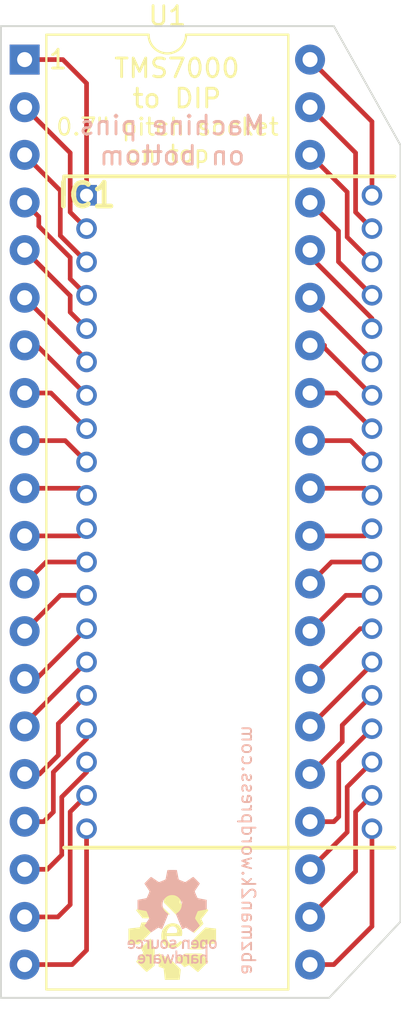
<source format=kicad_pcb>
(kicad_pcb (version 20211014) (generator pcbnew)
  (layers (0 "F.Cu" signal) (31 "B.Cu" signal) (34 "B.Paste" user) (35 "F.Paste" user) (36 "B.SilkS" user "B.Silkscreen") (37 "F.SilkS" user "F.Silkscreen") (38 "B.Mask" user) (39 "F.Mask" user) (44 "Edge.Cuts" user))
  (net 0 "")
  (net 1 "B5")
  (net 2 "B7")
  (net 3 "B0")
  (net 4 "B1")
  (net 5 "B2")
  (net 6 "A0")
  (net 7 "A1")
  (net 8 "A2")
  (net 9 "A3")
  (net 10 "A4")
  (net 11 "A7")
  (net 12 "{slash}INT3")
  (net 13 "{slash}INT1")
  (net 14 "{slash}RESET")
  (net 15 "A6")
  (net 16 "A5")
  (net 17 "XTAL2")
  (net 18 "XTAL1")
  (net 19 "D7")
  (net 20 "D6")
  (net 21 "D5")
  (net 22 "D4")
  (net 23 "D3")
  (net 24 "D2")
  (net 25 "Vcc")
  (net 26 "D1")
  (net 27 "D0")
  (net 28 "C0")
  (net 29 "C1")
  (net 30 "C2")
  (net 31 "C3")
  (net 32 "C4")
  (net 33 "C5")
  (net 34 "C6")
  (net 35 "C7")
  (net 36 "MC")
  (net 37 "B3")
  (net 38 "B4")
  (net 39 "B6")
  (net 40 "Vss")
  (footprint "Package_DIP:DIP-40_W15.24mm" (layer "F.Cu") (at 115.565 52.837)
    (fp_text reference "U1" (at 7.62 -2.33) (layer "F.SilkS"))
    (fp_text value "DIP40 male pins")
    (pad "1" thru_hole rect locked (at 0 0) (size 1.6 1.6) (drill 0.8) (layers *.Cu *.Mask) (net 1 "B5"))
    (pad "2" thru_hole oval locked (at 0 2.54) (size 1.6 1.6) (drill 0.8) (layers *.Cu *.Mask) (net 2 "B7"))
    (pad "3" thru_hole oval locked (at 0 5.08) (size 1.6 1.6) (drill 0.8) (layers *.Cu *.Mask) (net 3 "B0"))
    (pad "4" thru_hole oval locked (at 0 7.62) (size 1.6 1.6) (drill 0.8) (layers *.Cu *.Mask) (net 4 "B1"))
    (pad "5" thru_hole oval locked (at 0 10.16) (size 1.6 1.6) (drill 0.8) (layers *.Cu *.Mask) (net 5 "B2"))
    (pad "6" thru_hole oval locked (at 0 12.7) (size 1.6 1.6) (drill 0.8) (layers *.Cu *.Mask) (net 6 "A0"))
    (pad "7" thru_hole oval locked (at 0 15.24) (size 1.6 1.6) (drill 0.8) (layers *.Cu *.Mask) (net 7 "A1"))
    (pad "8" thru_hole oval locked (at 0 17.78) (size 1.6 1.6) (drill 0.8) (layers *.Cu *.Mask) (net 8 "A2"))
    (pad "9" thru_hole oval locked (at 0 20.32) (size 1.6 1.6) (drill 0.8) (layers *.Cu *.Mask) (net 9 "A3"))
    (pad "10" thru_hole oval locked (at 0 22.86) (size 1.6 1.6) (drill 0.8) (layers *.Cu *.Mask) (net 10 "A4"))
    (pad "11" thru_hole oval locked (at 0 25.4) (size 1.6 1.6) (drill 0.8) (layers *.Cu *.Mask) (net 11 "A7"))
    (pad "12" thru_hole oval locked (at 0 27.94) (size 1.6 1.6) (drill 0.8) (layers *.Cu *.Mask) (net 12 "{slash}INT3"))
    (pad "13" thru_hole oval locked (at 0 30.48) (size 1.6 1.6) (drill 0.8) (layers *.Cu *.Mask) (net 13 "{slash}INT1"))
    (pad "14" thru_hole oval locked (at 0 33.02) (size 1.6 1.6) (drill 0.8) (layers *.Cu *.Mask) (net 14 "{slash}RESET"))
    (pad "15" thru_hole oval locked (at 0 35.56) (size 1.6 1.6) (drill 0.8) (layers *.Cu *.Mask) (net 15 "A6"))
    (pad "16" thru_hole oval locked (at 0 38.1) (size 1.6 1.6) (drill 0.8) (layers *.Cu *.Mask) (net 16 "A5"))
    (pad "17" thru_hole oval locked (at 0 40.64) (size 1.6 1.6) (drill 0.8) (layers *.Cu *.Mask) (net 17 "XTAL2"))
    (pad "18" thru_hole oval locked (at 0 43.18) (size 1.6 1.6) (drill 0.8) (layers *.Cu *.Mask) (net 18 "XTAL1"))
    (pad "19" thru_hole oval locked (at 0 45.72) (size 1.6 1.6) (drill 0.8) (layers *.Cu *.Mask) (net 19 "D7"))
    (pad "20" thru_hole oval locked (at 0 48.26) (size 1.6 1.6) (drill 0.8) (layers *.Cu *.Mask) (net 20 "D6"))
    (pad "21" thru_hole oval locked (at 15.24 48.26) (size 1.6 1.6) (drill 0.8) (layers *.Cu *.Mask) (net 21 "D5"))
    (pad "22" thru_hole oval locked (at 15.24 45.72) (size 1.6 1.6) (drill 0.8) (layers *.Cu *.Mask) (net 22 "D4"))
    (pad "23" thru_hole oval locked (at 15.24 43.18) (size 1.6 1.6) (drill 0.8) (layers *.Cu *.Mask) (net 23 "D3"))
    (pad "24" thru_hole oval locked (at 15.24 40.64) (size 1.6 1.6) (drill 0.8) (layers *.Cu *.Mask) (net 24 "D2"))
    (pad "25" thru_hole oval locked (at 15.24 38.1) (size 1.6 1.6) (drill 0.8) (layers *.Cu *.Mask) (net 25 "Vcc"))
    (pad "26" thru_hole oval locked (at 15.24 35.56) (size 1.6 1.6) (drill 0.8) (layers *.Cu *.Mask) (net 26 "D1"))
    (pad "27" thru_hole oval locked (at 15.24 33.02) (size 1.6 1.6) (drill 0.8) (layers *.Cu *.Mask) (net 27 "D0"))
    (pad "28" thru_hole oval locked (at 15.24 30.48) (size 1.6 1.6) (drill 0.8) (layers *.Cu *.Mask) (net 28 "C0"))
    (pad "29" thru_hole oval locked (at 15.24 27.94) (size 1.6 1.6) (drill 0.8) (layers *.Cu *.Mask) (net 29 "C1"))
    (pad "30" thru_hole oval locked (at 15.24 25.4) (size 1.6 1.6) (drill 0.8) (layers *.Cu *.Mask) (net 30 "C2"))
    (pad "31" thru_hole oval locked (at 15.24 22.86) (size 1.6 1.6) (drill 0.8) (layers *.Cu *.Mask) (net 31 "C3"))
    (pad "32" thru_hole oval locked (at 15.24 20.32) (size 1.6 1.6) (drill 0.8) (layers *.Cu *.Mask) (net 32 "C4"))
    (pad "33" thru_hole oval locked (at 15.24 17.78) (size 1.6 1.6) (drill 0.8) (layers *.Cu *.Mask) (net 33 "C5"))
    (pad "34" thru_hole oval locked (at 15.24 15.24) (size 1.6 1.6) (drill 0.8) (layers *.Cu *.Mask) (net 34 "C6"))
    (pad "35" thru_hole oval locked (at 15.24 12.7) (size 1.6 1.6) (drill 0.8) (layers *.Cu *.Mask) (net 35 "C7"))
    (pad "36" thru_hole oval locked (at 15.24 10.16) (size 1.6 1.6) (drill 0.8) (layers *.Cu *.Mask) (net 36 "MC"))
    (pad "37" thru_hole oval locked (at 15.24 7.62) (size 1.6 1.6) (drill 0.8) (layers *.Cu *.Mask) (net 37 "B3"))
    (pad "38" thru_hole oval locked (at 15.24 5.08) (size 1.6 1.6) (drill 0.8) (layers *.Cu *.Mask) (net 38 "B4"))
    (pad "39" thru_hole oval locked (at 15.24 2.54) (size 1.6 1.6) (drill 0.8) (layers *.Cu *.Mask) (net 39 "B6"))
    (pad "40" thru_hole oval locked (at 15.24 0) (size 1.6 1.6) (drill 0.8) (layers *.Cu *.Mask) (net 40 "Vss"))
  )
  (footprint "Evan's misc parts:Evan Logo" (layer "F.Cu") (at 123.444 99.568)
    (fp_text reference "G***" hide)
    (fp_text value "LOGO" hide)
  )
  (footprint "Evan's misc parts:DIPS1524W50P178L3580H420Q40N" (layer "F.Cu") (at 118.872 60.071)
    (fp_text reference "IC1" (at 0 0) (layer "F.SilkS") (effects (font (size 1.27 1.27) (thickness 0.254))))
    (fp_text value "117-83-640-41-005101" hide)
    (pad "1" thru_hole rect (at 0 0) (size 1.1 1.1) (drill 0.7) (layers *.Cu *.Mask) (net 1 "B5"))
    (pad "2" thru_hole circle (at 0 1.778) (size 1.1 1.1) (drill 0.7) (layers *.Cu *.Mask) (net 2 "B7"))
    (pad "3" thru_hole circle (at 0 3.556) (size 1.1 1.1) (drill 0.7) (layers *.Cu *.Mask) (net 3 "B0"))
    (pad "4" thru_hole circle (at 0 5.334) (size 1.1 1.1) (drill 0.7) (layers *.Cu *.Mask) (net 4 "B1"))
    (pad "5" thru_hole circle (at 0 7.112) (size 1.1 1.1) (drill 0.7) (layers *.Cu *.Mask) (net 5 "B2"))
    (pad "6" thru_hole circle (at 0 8.89) (size 1.1 1.1) (drill 0.7) (layers *.Cu *.Mask) (net 6 "A0"))
    (pad "7" thru_hole circle (at 0 10.668) (size 1.1 1.1) (drill 0.7) (layers *.Cu *.Mask) (net 7 "A1"))
    (pad "8" thru_hole circle (at 0 12.446) (size 1.1 1.1) (drill 0.7) (layers *.Cu *.Mask) (net 8 "A2"))
    (pad "9" thru_hole circle (at 0 14.224) (size 1.1 1.1) (drill 0.7) (layers *.Cu *.Mask) (net 9 "A3"))
    (pad "10" thru_hole circle (at 0 16.002) (size 1.1 1.1) (drill 0.7) (layers *.Cu *.Mask) (net 10 "A4"))
    (pad "11" thru_hole circle (at 0 17.78) (size 1.1 1.1) (drill 0.7) (layers *.Cu *.Mask) (net 11 "A7"))
    (pad "12" thru_hole circle (at 0 19.558) (size 1.1 1.1) (drill 0.7) (layers *.Cu *.Mask) (net 12 "{slash}INT3"))
    (pad "13" thru_hole circle (at 0 21.336) (size 1.1 1.1) (drill 0.7) (layers *.Cu *.Mask) (net 13 "{slash}INT1"))
    (pad "14" thru_hole circle (at 0 23.114) (size 1.1 1.1) (drill 0.7) (layers *.Cu *.Mask) (net 14 "{slash}RESET"))
    (pad "15" thru_hole circle (at 0 24.892) (size 1.1 1.1) (drill 0.7) (layers *.Cu *.Mask) (net 15 "A6"))
    (pad "16" thru_hole circle (at 0 26.67) (size 1.1 1.1) (drill 0.7) (layers *.Cu *.Mask) (net 16 "A5"))
    (pad "17" thru_hole circle (at 0 28.448) (size 1.1 1.1) (drill 0.7) (layers *.Cu *.Mask) (net 17 "XTAL2"))
    (pad "18" thru_hole circle (at 0 30.226) (size 1.1 1.1) (drill 0.7) (layers *.Cu *.Mask) (net 18 "XTAL1"))
    (pad "19" thru_hole circle (at 0 32.004) (size 1.1 1.1) (drill 0.7) (layers *.Cu *.Mask) (net 19 "D7"))
    (pad "20" thru_hole circle (at 0 33.782) (size 1.1 1.1) (drill 0.7) (layers *.Cu *.Mask) (net 20 "D6"))
    (pad "21" thru_hole circle (at 15.24 33.782) (size 1.1 1.1) (drill 0.7) (layers *.Cu *.Mask) (net 21 "D5"))
    (pad "22" thru_hole circle (at 15.24 32.004) (size 1.1 1.1) (drill 0.7) (layers *.Cu *.Mask) (net 22 "D4"))
    (pad "23" thru_hole circle (at 15.24 30.226) (size 1.1 1.1) (drill 0.7) (layers *.Cu *.Mask) (net 23 "D3"))
    (pad "24" thru_hole circle (at 15.24 28.448) (size 1.1 1.1) (drill 0.7) (layers *.Cu *.Mask) (net 24 "D2"))
    (pad "25" thru_hole circle (at 15.24 26.67) (size 1.1 1.1) (drill 0.7) (layers *.Cu *.Mask) (net 25 "Vcc"))
    (pad "26" thru_hole circle (at 15.24 24.892) (size 1.1 1.1) (drill 0.7) (layers *.Cu *.Mask) (net 26 "D1"))
    (pad "27" thru_hole circle (at 15.24 23.114) (size 1.1 1.1) (drill 0.7) (layers *.Cu *.Mask) (net 27 "D0"))
    (pad "28" thru_hole circle (at 15.24 21.336) (size 1.1 1.1) (drill 0.7) (layers *.Cu *.Mask) (net 28 "C0"))
    (pad "29" thru_hole circle (at 15.24 19.558) (size 1.1 1.1) (drill 0.7) (layers *.Cu *.Mask) (net 29 "C1"))
    (pad "30" thru_hole circle (at 15.24 17.78) (size 1.1 1.1) (drill 0.7) (layers *.Cu *.Mask) (net 30 "C2"))
    (pad "31" thru_hole circle (at 15.24 16.002) (size 1.1 1.1) (drill 0.7) (layers *.Cu *.Mask) (net 31 "C3"))
    (pad "32" thru_hole circle (at 15.24 14.224) (size 1.1 1.1) (drill 0.7) (layers *.Cu *.Mask) (net 32 "C4"))
    (pad "33" thru_hole circle (at 15.24 12.446) (size 1.1 1.1) (drill 0.7) (layers *.Cu *.Mask) (net 33 "C5"))
    (pad "34" thru_hole circle (at 15.24 10.668) (size 1.1 1.1) (drill 0.7) (layers *.Cu *.Mask) (net 34 "C6"))
    (pad "35" thru_hole circle (at 15.24 8.89) (size 1.1 1.1) (drill 0.7) (layers *.Cu *.Mask) (net 35 "C7"))
    (pad "36" thru_hole circle (at 15.24 7.112) (size 1.1 1.1) (drill 0.7) (layers *.Cu *.Mask) (net 36 "MC"))
    (pad "37" thru_hole circle (at 15.24 5.334) (size 1.1 1.1) (drill 0.7) (layers *.Cu *.Mask) (net 37 "B3"))
    (pad "38" thru_hole circle (at 15.24 3.556) (size 1.1 1.1) (drill 0.7) (layers *.Cu *.Mask) (net 38 "B4"))
    (pad "39" thru_hole circle (at 15.24 1.778) (size 1.1 1.1) (drill 0.7) (layers *.Cu *.Mask) (net 39 "B6"))
    (pad "40" thru_hole circle (at 15.24 0) (size 1.1 1.1) (drill 0.7) (layers *.Cu *.Mask) (net 40 "Vss"))
  )
  (footprint "Evan's misc parts:OSHW gear" (layer "B.Cu") (at 123.444 98.552 180)
    (fp_text reference "G***" hide)
    (fp_text value "LOGO" hide)
  )
  (gr_line (start 135.636 95.25) (end 135.636 96.52) (layer "Edge.Cuts") (width 0.1))
  (gr_line (start 114.3 102.87) (end 114.3 51.054) (layer "Edge.Cuts") (width 0.1))
  (gr_line (start 135.636 98.806) (end 131.826 102.87) (layer "Edge.Cuts") (width 0.1))
  (gr_line (start 114.3 51.054) (end 132.08 51.054) (layer "Edge.Cuts") (width 0.1))
  (gr_line (start 131.826 102.87) (end 114.3 102.87) (layer "Edge.Cuts") (width 0.1))
  (gr_line (start 135.636 60.198) (end 135.636 95.25) (layer "Edge.Cuts") (width 0.1))
  (gr_line (start 135.636 57.404) (end 135.636 60.198) (layer "Edge.Cuts") (width 0.1))
  (gr_line (start 135.636 96.52) (end 135.636 98.806) (layer "Edge.Cuts") (width 0.1))
  (gr_line (start 132.08 51.054) (end 135.636 57.404) (layer "Edge.Cuts") (width 0.1))
  (gr_text "abzman2k.wordpress.com" (at 127.508 94.996 -90) (layer "B.SilkS") (effects (font (size 0.7 0.7) (thickness 0.1)) (justify mirror)))
  (gr_text "Machine pins\non bottom" (at 123.444 57.15) (layer "B.SilkS") (effects (font (size 1 1)) (justify mirror)))
  (gr_text "TMS7000\nto DIP" (at 123.698 54.102) (layer "F.SilkS") (effects (font (size 1 1))))
  (gr_text "0.7{dblquote} pitch socket\non top" (at 123.19 57.15) (layer "F.SilkS") (effects (font (size 0.9 0.9) (thickness 0.13))))
  (gr_text "1" (at 117.348 52.832) (layer "F.SilkS") (effects (font (size 1 1))))
  (segment (start 115.565 52.837) (end 117.607 52.837) (width 0.25) (layer "F.Cu") (net 1))
  (segment (start 118.872 54.102) (end 118.872 60.071) (width 0.25) (layer "F.Cu") (net 1))
  (segment (start 117.607 52.837) (end 118.872 54.102) (width 0.25) (layer "F.Cu") (net 1))
  (segment (start 115.565 55.377) (end 117.997489 57.809489) (width 0.25) (layer "F.Cu") (net 2))
  (segment (start 117.997489 57.809489) (end 117.997489 60.974489) (width 0.25) (layer "F.Cu") (net 2))
  (segment (start 117.997489 60.974489) (end 118.872 61.849) (width 0.25) (layer "F.Cu") (net 2))
  (segment (start 115.565 57.917) (end 117.469282 59.821282) (width 0.25) (layer "F.Cu") (net 3))
  (segment (start 117.469282 59.821282) (end 117.469282 62.224282) (width 0.25) (layer "F.Cu") (net 3))
  (segment (start 117.469282 62.224282) (end 118.872 63.627) (width 0.25) (layer "F.Cu") (net 3))
  (segment (start 117.997489 64.530489) (end 118.872 65.405) (width 0.25) (layer "F.Cu") (net 4))
  (segment (start 116.322 61.712717) (end 117.997489 63.388206) (width 0.25) (layer "F.Cu") (net 4))
  (segment (start 115.565 60.457) (end 116.322 61.214) (width 0.25) (layer "F.Cu") (net 4))
  (segment (start 117.997489 63.388206) (end 117.997489 64.530489) (width 0.25) (layer "F.Cu") (net 4))
  (segment (start 116.322 61.214) (end 116.322 61.712717) (width 0.25) (layer "F.Cu") (net 4))
  (segment (start 117.997489 66.308489) (end 118.872 67.183) (width 0.25) (layer "F.Cu") (net 5))
  (segment (start 117.997489 65.429489) (end 117.997489 66.308489) (width 0.25) (layer "F.Cu") (net 5))
  (segment (start 115.565 62.997) (end 117.997489 65.429489) (width 0.25) (layer "F.Cu") (net 5))
  (segment (start 118.872 68.844) (end 118.872 68.961) (width 0.25) (layer "F.Cu") (net 6))
  (segment (start 115.565 65.537) (end 118.872 68.844) (width 0.25) (layer "F.Cu") (net 6))
  (segment (start 116.21 68.077) (end 115.565 68.077) (width 0.25) (layer "F.Cu") (net 7))
  (segment (start 118.872 70.739) (end 116.21 68.077) (width 0.25) (layer "F.Cu") (net 7))
  (segment (start 115.565 70.617) (end 116.972 70.617) (width 0.25) (layer "F.Cu") (net 8))
  (segment (start 116.972 70.617) (end 118.872 72.517) (width 0.25) (layer "F.Cu") (net 8))
  (segment (start 115.565 73.157) (end 117.734 73.157) (width 0.25) (layer "F.Cu") (net 9))
  (segment (start 117.734 73.157) (end 118.872 74.295) (width 0.25) (layer "F.Cu") (net 9))
  (segment (start 118.496 75.697) (end 118.872 76.073) (width 0.25) (layer "F.Cu") (net 10))
  (segment (start 115.565 75.697) (end 118.496 75.697) (width 0.25) (layer "F.Cu") (net 10))
  (segment (start 118.486 78.237) (end 118.872 77.851) (width 0.25) (layer "F.Cu") (net 11))
  (segment (start 115.565 78.237) (end 118.486 78.237) (width 0.25) (layer "F.Cu") (net 11))
  (segment (start 116.713 79.629) (end 115.565 80.777) (width 0.25) (layer "F.Cu") (net 12))
  (segment (start 118.872 79.629) (end 116.713 79.629) (width 0.25) (layer "F.Cu") (net 12))
  (segment (start 117.475 81.407) (end 115.565 83.317) (width 0.25) (layer "F.Cu") (net 13))
  (segment (start 118.872 81.407) (end 117.475 81.407) (width 0.25) (layer "F.Cu") (net 13))
  (segment (start 118.872 83.185) (end 116.2 85.857) (width 0.25) (layer "F.Cu") (net 14))
  (segment (start 116.2 85.857) (end 115.565 85.857) (width 0.25) (layer "F.Cu") (net 14))
  (segment (start 118.872 84.963) (end 115.565 88.27) (width 0.25) (layer "F.Cu") (net 15))
  (segment (start 115.565 88.27) (end 115.565 88.397) (width 0.25) (layer "F.Cu") (net 15))
  (segment (start 116.359537 90.937) (end 115.565 90.937) (width 0.25) (layer "F.Cu") (net 16))
  (segment (start 118.872 86.741) (end 117.364268 88.248732) (width 0.25) (layer "F.Cu") (net 16))
  (segment (start 117.364268 89.932268) (end 116.359537 90.937) (width 0.25) (layer "F.Cu") (net 16))
  (segment (start 117.364268 88.248732) (end 117.364268 89.932268) (width 0.25) (layer "F.Cu") (net 16))
  (segment (start 116.591 93.467) (end 117.098449 92.959551) (width 0.25) (layer "F.Cu") (net 17))
  (segment (start 118.872 89.060254) (end 117.098449 90.833805) (width 0.25) (layer "F.Cu") (net 17))
  (segment (start 116.591 93.477) (end 116.591 93.467) (width 0.25) (layer "F.Cu") (net 17))
  (segment (start 116.591 93.477) (end 115.565 93.477) (width 0.25) (layer "F.Cu") (net 17))
  (segment (start 118.872 88.519) (end 118.872 89.060254) (width 0.25) (layer "F.Cu") (net 17))
  (segment (start 117.098449 90.833805) (end 117.098449 92.959551) (width 0.25) (layer "F.Cu") (net 17))
  (segment (start 118.872 90.297) (end 118.872 90.838254) (width 0.25) (layer "F.Cu") (net 18))
  (segment (start 117.547969 95.25) (end 116.780969 96.017) (width 0.25) (layer "F.Cu") (net 18))
  (segment (start 118.872 90.838254) (end 117.547969 92.162285) (width 0.25) (layer "F.Cu") (net 18))
  (segment (start 116.780969 96.017) (end 115.565 96.017) (width 0.25) (layer "F.Cu") (net 18))
  (segment (start 117.547969 92.162285) (end 117.547969 95.25) (width 0.25) (layer "F.Cu") (net 18))
  (segment (start 117.343 98.557) (end 115.565 98.557) (width 0.25) (layer "F.Cu") (net 19))
  (segment (start 118.872 92.075) (end 117.997489 92.949511) (width 0.25) (layer "F.Cu") (net 19))
  (segment (start 117.997489 92.949511) (end 117.997489 97.902511) (width 0.25) (layer "F.Cu") (net 19))
  (segment (start 117.997489 97.902511) (end 117.343 98.557) (width 0.25) (layer "F.Cu") (net 19))
  (segment (start 118.872 100.33) (end 118.105 101.097) (width 0.25) (layer "F.Cu") (net 20))
  (segment (start 118.105 101.097) (end 115.565 101.097) (width 0.25) (layer "F.Cu") (net 20))
  (segment (start 118.872 93.853) (end 118.872 100.33) (width 0.25) (layer "F.Cu") (net 20))
  (segment (start 130.805 101.097) (end 132.075 101.097) (width 0.25) (layer "F.Cu") (net 21))
  (segment (start 132.075 101.097) (end 134.112 99.06) (width 0.25) (layer "F.Cu") (net 21))
  (segment (start 134.112 99.06) (end 134.112 93.853) (width 0.25) (layer "F.Cu") (net 21))
  (segment (start 133.237489 96.124511) (end 133.237489 92.949511) (width 0.25) (layer "F.Cu") (net 22))
  (segment (start 133.237489 92.949511) (end 134.112 92.075) (width 0.25) (layer "F.Cu") (net 22))
  (segment (start 130.805 98.557) (end 133.237489 96.124511) (width 0.25) (layer "F.Cu") (net 22))
  (segment (start 132.787969 94.034031) (end 132.787969 91.621031) (width 0.25) (layer "F.Cu") (net 23))
  (segment (start 132.787969 91.621031) (end 134.112 90.297) (width 0.25) (layer "F.Cu") (net 23))
  (segment (start 130.805 96.017) (end 132.787969 94.034031) (width 0.25) (layer "F.Cu") (net 23))
  (segment (start 132.075 93.477) (end 132.338449 93.213551) (width 0.25) (layer "F.Cu") (net 24))
  (segment (start 132.338449 90.292551) (end 134.112 88.519) (width 0.25) (layer "F.Cu") (net 24))
  (segment (start 132.338449 93.213551) (end 132.338449 90.292551) (width 0.25) (layer "F.Cu") (net 24))
  (segment (start 130.805 93.477) (end 132.075 93.477) (width 0.25) (layer "F.Cu") (net 24))
  (segment (start 130.805 90.937) (end 132.5245 89.2175) (width 0.25) (layer "F.Cu") (net 25))
  (segment (start 132.5245 88.3285) (end 134.112 86.741) (width 0.25) (layer "F.Cu") (net 25))
  (segment (start 132.5245 89.2175) (end 132.5245 88.3285) (width 0.25) (layer "F.Cu") (net 25))
  (segment (start 134.112 85.09) (end 134.112 84.963) (width 0.25) (layer "F.Cu") (net 26))
  (segment (start 130.805 88.397) (end 134.112 85.09) (width 0.25) (layer "F.Cu") (net 26))
  (segment (start 130.805 85.857) (end 133.477 83.185) (width 0.25) (layer "F.Cu") (net 27))
  (segment (start 133.477 83.185) (end 134.112 83.185) (width 0.25) (layer "F.Cu") (net 27))
  (segment (start 130.805 83.317) (end 132.715 81.407) (width 0.25) (layer "F.Cu") (net 28))
  (segment (start 132.715 81.407) (end 134.112 81.407) (width 0.25) (layer "F.Cu") (net 28))
  (segment (start 130.805 80.777) (end 131.953 79.629) (width 0.25) (layer "F.Cu") (net 29))
  (segment (start 131.953 79.629) (end 134.112 79.629) (width 0.25) (layer "F.Cu") (net 29))
  (segment (start 133.726 78.237) (end 134.112 77.851) (width 0.25) (layer "F.Cu") (net 30))
  (segment (start 130.805 78.237) (end 133.726 78.237) (width 0.25) (layer "F.Cu") (net 30))
  (segment (start 130.805 75.697) (end 133.736 75.697) (width 0.25) (layer "F.Cu") (net 31))
  (segment (start 133.736 75.697) (end 134.112 76.073) (width 0.25) (layer "F.Cu") (net 31))
  (segment (start 130.805 73.157) (end 132.974 73.157) (width 0.25) (layer "F.Cu") (net 32))
  (segment (start 132.974 73.157) (end 134.112 74.295) (width 0.25) (layer "F.Cu") (net 32))
  (segment (start 130.805 70.617) (end 132.212 70.617) (width 0.25) (layer "F.Cu") (net 33))
  (segment (start 132.212 70.617) (end 134.112 72.517) (width 0.25) (layer "F.Cu") (net 33))
  (segment (start 130.805 68.077) (end 131.577 68.077) (width 0.25) (layer "F.Cu") (net 34))
  (segment (start 131.577 68.204) (end 134.112 70.739) (width 0.25) (layer "F.Cu") (net 34))
  (segment (start 131.577 68.077) (end 131.577 68.204) (width 0.25) (layer "F.Cu") (net 34))
  (segment (start 130.805 65.537) (end 134.112 68.844) (width 0.25) (layer "F.Cu") (net 35))
  (segment (start 134.112 68.844) (end 134.112 68.961) (width 0.25) (layer "F.Cu") (net 35))
  (segment (start 130.805 63.334746) (end 134.112 66.641746) (width 0.25) (layer "F.Cu") (net 36))
  (segment (start 134.112 66.641746) (end 134.112 67.183) (width 0.25) (layer "F.Cu") (net 36))
  (segment (start 130.805 62.997) (end 130.805 63.334746) (width 0.25) (layer "F.Cu") (net 36))
  (segment (start 132.324 63.617) (end 134.112 65.405) (width 0.25) (layer "F.Cu") (net 37))
  (segment (start 130.805 60.457) (end 132.324 61.976) (width 0.25) (layer "F.Cu") (net 37))
  (segment (start 132.324 61.976) (end 132.324 63.617) (width 0.25) (layer "F.Cu") (net 37))
  (segment (start 132.787969 62.302969) (end 134.112 63.627) (width 0.25) (layer "F.Cu") (net 38))
  (segment (start 132.787969 59.899969) (end 132.787969 62.302969) (width 0.25) (layer "F.Cu") (net 38))
  (segment (start 130.805 57.917) (end 132.787969 59.899969) (width 0.25) (layer "F.Cu") (net 38))
  (segment (start 133.237489 60.974489) (end 134.112 61.849) (width 0.25) (layer "F.Cu") (net 39))
  (segment (start 130.805 55.377) (end 133.237489 57.809489) (width 0.25) (layer "F.Cu") (net 39))
  (segment (start 133.237489 57.809489) (end 133.237489 60.974489) (width 0.25) (layer "F.Cu") (net 39))
  (segment (start 130.805 52.837) (end 134.112 56.144) (width 0.25) (layer "F.Cu") (net 40))
  (segment (start 134.112 56.144) (end 134.112 60.071) (width 0.25) (layer "F.Cu") (net 40))
)
</source>
